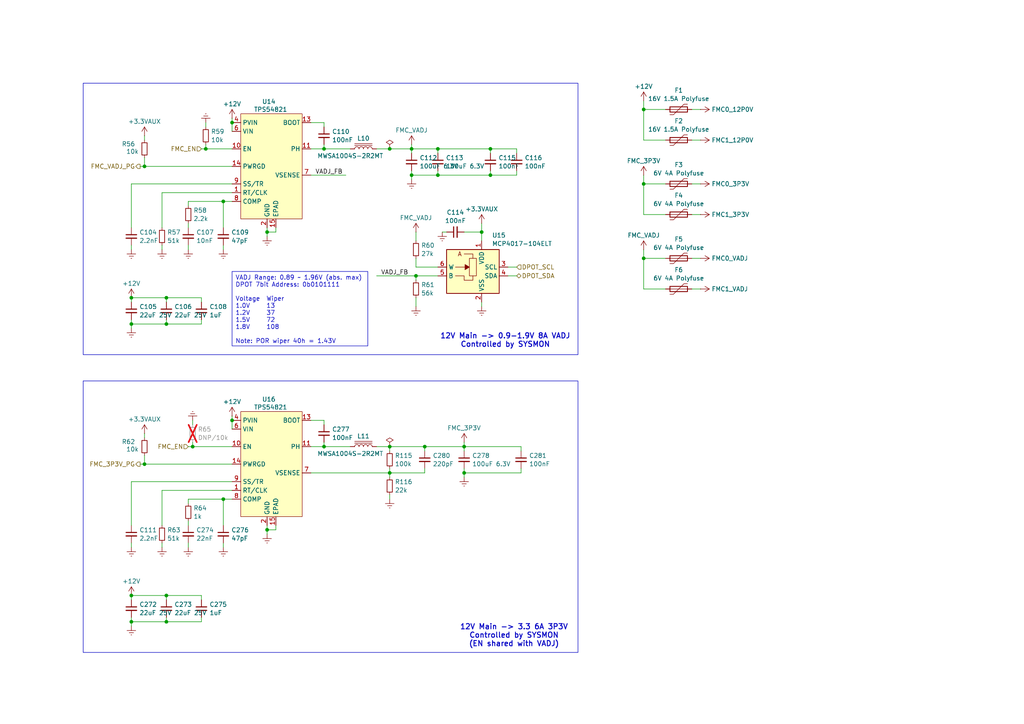
<source format=kicad_sch>
(kicad_sch (version 20231120) (generator "eeschema") (generator_version "8.0")
  (paper "A4")
  (title_block (title "Power FMC"))
  (lib_symbols
    (symbol "CHIPSAlliance_Power:Earth" (power) (pin_names (offset 0))
      (symbol "Earth_0_1"
        (polyline (pts (xy -0.635 -1.905) (xy 0.635 -1.905)))
        (polyline (pts (xy -0.127 -2.54) (xy 0.127 -2.54)))
        (polyline (pts (xy 0 -1.27) (xy 0 0)))
        (polyline (pts (xy 1.27 -1.27) (xy -1.27 -1.27)))
      )
      (symbol "Earth_1_1"
        (pin power_in line (at 0 0 270) (length 0) hide (name "Earth") (number "1"))
      )
    )
    (symbol "CHIPSAlliance_Power:PWR_FLAG" (power) (pin_numbers hide) (pin_names (offset 0) hide)
      (property "Value" "PWR_FLAG" (at 0 3.81 0))
      (symbol "PWR_FLAG_0_0"
        (pin power_out line (at 0 0 90) (length 0) (name "pwr") (number "1"))
      )
      (symbol "PWR_FLAG_0_1"
        (polyline (pts (xy 0 0) (xy 0 1.27) (xy -1.016 1.905) (xy 0 2.54) (xy 1.016 1.905) (xy 0 1.27)))
      )
    )
    (symbol "CHIPSAlliance_Regulator_Switching:TPS54821"
      (property "Reference" "U" (at -5.08 16.51 0))
      (property "Value" "TPS54821" (at 5.715 16.51 0))
      (symbol "TPS54821_0_0"
        (pin passive line (at -10.16 -7.62 0) (length 2.54) (name "RT/CLK") (number "1"))
        (pin input line (at -10.16 5.08 0) (length 2.54) (name "EN") (number "10"))
        (pin power_out line (at 12.7 5.08 180) (length 2.54) (name "PH") (number "11"))
        (pin passive line (at 12.7 12.7 180) (length 2.54) (name "BOOT") (number "13"))
        (pin open_collector line (at -10.16 0 0) (length 2.54) (name "PWRGD") (number "14"))
        (pin power_in line (at 2.54 -17.78 90) (length 2.54) (name "EPAD") (number "15"))
        (pin power_in line (at 0 -17.78 90) (length 2.54) (name "GND") (number "2"))
        (pin power_in line (at -10.16 12.7 0) (length 2.54) (name "PVIN") (number "4"))
        (pin power_in line (at -10.16 10.16 0) (length 2.54) (name "VIN") (number "6"))
        (pin input line (at 12.7 -2.54 180) (length 2.54) (name "VSENSE") (number "7"))
        (pin passive line (at -10.16 -10.16 0) (length 2.54) (name "COMP") (number "8"))
        (pin passive line (at -10.16 -5.08 0) (length 2.54) (name "SS/TR") (number "9"))
      )
      (symbol "TPS54821_1_0"
        (pin passive line (at 12.7 5.08 180) (length 2.54) hide (name "PH") (number "12"))
        (pin passive line (at 0 -17.78 90) (length 2.54) hide (name "GND") (number "3"))
        (pin passive line (at -10.16 12.7 0) (length 2.54) hide (name "PVIN") (number "5"))
      )
      (symbol "TPS54821_1_1"
        (rectangle (start -7.62 15.24) (end 10.16 -15.24) (fill (type background)))
      )
    )
    (symbol "Device:C_Small" (pin_numbers hide) (pin_names (offset 0.254) hide)
      (property "Reference" "C" (at 0.254 1.778 0))
      (property "Value" "C_Small" (at 0.254 -2.032 0))
      (symbol "C_Small_0_1"
        (polyline (pts (xy -1.524 -0.508) (xy 1.524 -0.508)) (stroke (width 0.3302)))
        (polyline (pts (xy -1.524 0.508) (xy 1.524 0.508)) (stroke (width 0.3048)))
      )
      (symbol "C_Small_1_1"
        (pin passive line (at 0 2.54 270) (length 2.032) (name "~") (number "1"))
        (pin passive line (at 0 -2.54 90) (length 2.032) (name "~") (number "2"))
      )
    )
    (symbol "Device:L_Iron" (pin_numbers hide) (pin_names (offset 1.016) hide)
      (property "Reference" "L" (at -1.27 0 90))
      (property "Value" "L_Iron" (at 2.794 0 90))
      (symbol "L_Iron_0_1"
        (arc (start 0 -2.54) (mid 0.6323 -1.905) (end 0 -1.27))
        (arc (start 0 -1.27) (mid 0.6323 -0.635) (end 0 0))
        (polyline (pts (xy 1.016 2.54) (xy 1.016 -2.54)))
        (polyline (pts (xy 1.524 -2.54) (xy 1.524 2.54)))
        (arc (start 0 0) (mid 0.6323 0.635) (end 0 1.27))
        (arc (start 0 1.27) (mid 0.6323 1.905) (end 0 2.54))
      )
      (symbol "L_Iron_1_1"
        (pin passive line (at 0 3.81 270) (length 1.27) (name "1") (number "1"))
        (pin passive line (at 0 -3.81 90) (length 1.27) (name "2") (number "2"))
      )
    )
    (symbol "Device:Polyfuse" (pin_numbers hide) (pin_names (offset 0))
      (property "Reference" "F" (at -2.54 0 90))
      (property "Value" "Polyfuse" (at 2.54 0 90))
      (symbol "Polyfuse_0_1"
        (rectangle (start -0.762 2.54) (end 0.762 -2.54) (stroke (width 0.254)))
        (polyline (pts (xy 0 2.54) (xy 0 -2.54)))
        (polyline (pts (xy -1.524 2.54) (xy -1.524 1.524) (xy 1.524 -1.524) (xy 1.524 -2.54)))
      )
      (symbol "Polyfuse_1_1"
        (pin passive line (at 0 3.81 270) (length 1.27) (name "~") (number "1"))
        (pin passive line (at 0 -3.81 90) (length 1.27) (name "~") (number "2"))
      )
    )
    (symbol "Device:R_Small" (pin_numbers hide) (pin_names (offset 0.254) hide)
      (property "Reference" "R" (at 0.762 0.508 0))
      (property "Value" "R_Small" (at 0.762 -1.016 0))
      (symbol "R_Small_0_1"
        (rectangle (start -0.762 1.778) (end 0.762 -1.778) (stroke (width 0.2032)))
      )
      (symbol "R_Small_1_1"
        (pin passive line (at 0 2.54 270) (length 0.762) (name "~") (number "1"))
        (pin passive line (at 0 -2.54 90) (length 0.762) (name "~") (number "2"))
      )
    )
    (symbol "Potentiometer_Digital:MCP4017-xxxxLT"
      (property "Reference" "U" (at -7.62 8.89 0))
      (property "Value" "MCP4017-xxxxLT" (at 1.27 8.89 0))
      (symbol "MCP4017-xxxxLT_0_0"
        (polyline (pts (xy 0 5.08) (xy 0 6.35) (xy 2.54 6.35)))
        (polyline (pts (xy 5.08 0) (xy 2.54 0) (xy 2.54 -1.27) (xy 0 -1.27) (xy 0 0)))
        (text "A" (at 3.81 6.35 0) (effects (font (size 1.27 1.27))))
      )
      (symbol "MCP4017-xxxxLT_1_1"
        (rectangle (start -7.62 7.62) (end 7.62 -5.08) (stroke (width 0.254)) (fill (type background)))
        (polyline (pts (xy 5.08 2.54) (xy 2.286 2.54)))
        (polyline (pts (xy 2.286 1.778) (xy 2.286 3.302) (xy 1.016 2.54) (xy 2.286 1.778)) (fill (type outline)))
        (rectangle (start 1.016 0) (end -1.016 5.08))
        (pin power_in line (at -2.54 10.16 270) (length 2.54) (name "VDD") (number "1"))
        (pin power_in line (at -2.54 -7.62 90) (length 2.54) (name "VSS") (number "2"))
        (pin input line (at -10.16 2.54 0) (length 2.54) (name "SCL") (number "3"))
        (pin bidirectional line (at -10.16 0 0) (length 2.54) (name "SDA") (number "4"))
        (pin passive line (at 10.16 0 180) (length 2.54) (name "B") (number "5"))
        (pin passive line (at 10.16 2.54 180) (length 2.54) (name "W") (number "6"))
      )
    )
    (symbol "power:+12V" (power) (pin_numbers hide) (pin_names (offset 0) hide)
      (property "Value" "+12V" (at 0 3.556 0))
      (symbol "+12V_0_1"
        (polyline (pts (xy -0.762 1.27) (xy 0 2.54)))
        (polyline (pts (xy 0 0) (xy 0 2.54)))
        (polyline (pts (xy 0 2.54) (xy 0.762 1.27)))
      )
      (symbol "+12V_1_1"
        (pin power_in line (at 0 0 90) (length 0) (name "~") (number "1"))
      )
    )
  )
  (junction (at 113.03 43.18))
  (junction (at 119.38 50.8))
  (junction (at 120.65 80.01))
  (junction (at 77.47 153.67))
  (junction (at 113.03 129.54))
  (junction (at 38.1 172.72))
  (junction (at 48.26 172.72))
  (junction (at 38.1 86.36))
  (junction (at 48.26 93.98))
  (junction (at 186.69 53.34))
  (junction (at 119.38 43.18))
  (junction (at 93.98 129.54))
  (junction (at 67.31 121.92))
  (junction (at 38.1 93.98))
  (junction (at 77.47 67.31))
  (junction (at 134.62 137.16))
  (junction (at 127 50.8))
  (junction (at 67.31 35.56))
  (junction (at 134.62 129.54))
  (junction (at 139.7 67.31))
  (junction (at 55.88 129.54))
  (junction (at 38.1 180.34))
  (junction (at 123.19 129.54))
  (junction (at 142.24 50.8))
  (junction (at 113.03 137.16))
  (junction (at 48.26 86.36))
  (junction (at 186.69 31.75))
  (junction (at 59.69 43.18))
  (junction (at 41.91 134.62))
  (junction (at 127 43.18))
  (junction (at 64.77 58.42))
  (junction (at 186.69 74.93))
  (junction (at 64.77 144.78))
  (junction (at 41.91 48.26))
  (junction (at 93.98 43.18))
  (junction (at 48.26 180.34))
  (junction (at 142.24 43.18))
  (wire (pts (xy 77.47 152.4) (xy 77.47 153.67)))
  (wire (pts (xy 54.61 151.13) (xy 54.61 152.4)))
  (wire (pts (xy 200.66 31.75) (xy 203.2 31.75)))
  (wire (pts (xy 54.61 157.48) (xy 54.61 158.75)))
  (wire (pts (xy 48.26 180.34) (xy 38.1 180.34)))
  (wire (pts (xy 48.26 86.36) (xy 38.1 86.36)))
  (wire (pts (xy 38.1 53.34) (xy 67.31 53.34)))
  (wire (pts (xy 139.7 87.63) (xy 139.7 88.9)))
  (wire (pts (xy 67.31 120.65) (xy 67.31 121.92)))
  (wire (pts (xy 58.42 92.71) (xy 58.42 93.98)))
  (wire (pts (xy 186.69 74.93) (xy 186.69 72.39)))
  (wire (pts (xy 134.62 135.89) (xy 134.62 137.16)))
  (wire (pts (xy 55.88 129.54) (xy 55.88 128.27)))
  (wire (pts (xy 134.62 129.54) (xy 151.13 129.54)))
  (wire (pts (xy 186.69 29.21) (xy 186.69 31.75)))
  (wire (pts (xy 120.65 80.01) (xy 127 80.01)))
  (wire (pts (xy 64.77 66.04) (xy 64.77 58.42)))
  (wire (pts (xy 38.1 139.7) (xy 67.31 139.7)))
  (wire (pts (xy 41.91 48.26) (xy 67.31 48.26)))
  (wire (pts (xy 38.1 93.98) (xy 38.1 95.25)))
  (wire (pts (xy 80.01 153.67) (xy 77.47 153.67)))
  (wire (pts (xy 55.88 121.92) (xy 55.88 123.19)))
  (wire (pts (xy 134.62 137.16) (xy 151.13 137.16)))
  (wire (pts (xy 67.31 34.29) (xy 67.31 35.56)))
  (wire (pts (xy 58.42 87.63) (xy 58.42 86.36)))
  (wire (pts (xy 48.26 179.07) (xy 48.26 180.34)))
  (wire (pts (xy 54.61 64.77) (xy 54.61 66.04)))
  (wire (pts (xy 54.61 58.42) (xy 64.77 58.42)))
  (wire (pts (xy 48.26 172.72) (xy 48.26 173.99)))
  (wire (pts (xy 119.38 41.91) (xy 119.38 43.18)))
  (wire (pts (xy 64.77 157.48) (xy 64.77 158.75)))
  (wire (pts (xy 38.1 152.4) (xy 38.1 139.7)))
  (wire (pts (xy 38.1 179.07) (xy 38.1 180.34)))
  (wire (pts (xy 46.99 142.24) (xy 46.99 152.4)))
  (wire (pts (xy 58.42 173.99) (xy 58.42 172.72)))
  (wire (pts (xy 64.77 71.12) (xy 64.77 72.39)))
  (wire (pts (xy 59.69 43.18) (xy 59.69 41.91)))
  (wire (pts (xy 58.42 43.18) (xy 59.69 43.18)))
  (wire (pts (xy 55.88 129.54) (xy 67.31 129.54)))
  (wire (pts (xy 40.64 48.26) (xy 41.91 48.26)))
  (wire (pts (xy 186.69 53.34) (xy 186.69 50.8)))
  (wire (pts (xy 38.1 180.34) (xy 38.1 181.61)))
  (wire (pts (xy 147.32 77.47) (xy 149.86 77.47)))
  (wire (pts (xy 90.17 121.92) (xy 93.98 121.92)))
  (wire (pts (xy 90.17 50.8) (xy 100.33 50.8)))
  (wire (pts (xy 134.62 137.16) (xy 134.62 138.43)))
  (wire (pts (xy 119.38 49.53) (xy 119.38 50.8)))
  (wire (pts (xy 127 49.53) (xy 127 50.8)))
  (wire (pts (xy 90.17 137.16) (xy 113.03 137.16)))
  (wire (pts (xy 48.26 93.98) (xy 38.1 93.98)))
  (wire (pts (xy 109.22 43.18) (xy 113.03 43.18)))
  (wire (pts (xy 48.26 172.72) (xy 38.1 172.72)))
  (wire (pts (xy 41.91 39.37) (xy 41.91 40.64)))
  (wire (pts (xy 38.1 87.63) (xy 38.1 86.36)))
  (wire (pts (xy 139.7 69.85) (xy 139.7 67.31)))
  (wire (pts (xy 200.66 74.93) (xy 203.2 74.93)))
  (wire (pts (xy 54.61 59.69) (xy 54.61 58.42)))
  (wire (pts (xy 193.04 83.82) (xy 186.69 83.82)))
  (wire (pts (xy 64.77 58.42) (xy 67.31 58.42)))
  (wire (pts (xy 149.86 44.45) (xy 149.86 43.18)))
  (wire (pts (xy 38.1 72.39) (xy 38.1 71.12)))
  (wire (pts (xy 46.99 142.24) (xy 67.31 142.24)))
  (wire (pts (xy 67.31 124.46) (xy 67.31 121.92)))
  (wire (pts (xy 58.42 93.98) (xy 48.26 93.98)))
  (wire (pts (xy 186.69 40.64) (xy 193.04 40.64)))
  (wire (pts (xy 77.47 66.04) (xy 77.47 67.31)))
  (wire (pts (xy 151.13 135.89) (xy 151.13 137.16)))
  (wire (pts (xy 93.98 121.92) (xy 93.98 123.19)))
  (wire (pts (xy 113.03 143.51) (xy 113.03 144.78)))
  (wire (pts (xy 127 77.47) (xy 120.65 77.47)))
  (wire (pts (xy 119.38 50.8) (xy 119.38 52.07)))
  (wire (pts (xy 41.91 132.08) (xy 41.91 134.62)))
  (wire (pts (xy 127 43.18) (xy 142.24 43.18)))
  (wire (pts (xy 120.65 77.47) (xy 120.65 74.93)))
  (wire (pts (xy 54.61 71.12) (xy 54.61 72.39)))
  (wire (pts (xy 93.98 35.56) (xy 93.98 36.83)))
  (wire (pts (xy 109.22 129.54) (xy 113.03 129.54)))
  (wire (pts (xy 41.91 125.73) (xy 41.91 127)))
  (wire (pts (xy 119.38 44.45) (xy 119.38 43.18)))
  (wire (pts (xy 113.03 129.54) (xy 123.19 129.54)))
  (wire (pts (xy 142.24 49.53) (xy 142.24 50.8)))
  (wire (pts (xy 59.69 35.56) (xy 59.69 36.83)))
  (wire (pts (xy 120.65 81.28) (xy 120.65 80.01)))
  (wire (pts (xy 80.01 152.4) (xy 80.01 153.67)))
  (wire (pts (xy 58.42 179.07) (xy 58.42 180.34)))
  (wire (pts (xy 58.42 172.72) (xy 48.26 172.72)))
  (wire (pts (xy 113.03 129.54) (xy 113.03 130.81)))
  (wire (pts (xy 186.69 40.64) (xy 186.69 31.75)))
  (wire (pts (xy 120.65 67.31) (xy 120.65 69.85)))
  (wire (pts (xy 151.13 130.81) (xy 151.13 129.54)))
  (wire (pts (xy 127 44.45) (xy 127 43.18)))
  (wire (pts (xy 90.17 35.56) (xy 93.98 35.56)))
  (wire (pts (xy 59.69 43.18) (xy 67.31 43.18)))
  (wire (pts (xy 186.69 31.75) (xy 193.04 31.75)))
  (wire (pts (xy 127 43.18) (xy 119.38 43.18)))
  (wire (pts (xy 149.86 50.8) (xy 142.24 50.8)))
  (wire (pts (xy 123.19 129.54) (xy 123.19 130.81)))
  (wire (pts (xy 149.86 43.18) (xy 142.24 43.18)))
  (wire (pts (xy 54.61 146.05) (xy 54.61 144.78)))
  (wire (pts (xy 93.98 41.91) (xy 93.98 43.18)))
  (wire (pts (xy 48.26 86.36) (xy 48.26 87.63)))
  (wire (pts (xy 200.66 62.23) (xy 203.2 62.23)))
  (wire (pts (xy 93.98 128.27) (xy 93.98 129.54)))
  (wire (pts (xy 134.62 128.27) (xy 134.62 129.54)))
  (wire (pts (xy 90.17 129.54) (xy 93.98 129.54)))
  (wire (pts (xy 113.03 43.18) (xy 119.38 43.18)))
  (wire (pts (xy 123.19 135.89) (xy 123.19 137.16)))
  (wire (pts (xy 58.42 180.34) (xy 48.26 180.34)))
  (wire (pts (xy 109.22 80.01) (xy 120.65 80.01)))
  (wire (pts (xy 54.61 129.54) (xy 55.88 129.54)))
  (wire (pts (xy 123.19 137.16) (xy 113.03 137.16)))
  (wire (pts (xy 139.7 64.77) (xy 139.7 67.31)))
  (wire (pts (xy 193.04 74.93) (xy 186.69 74.93)))
  (wire (pts (xy 58.42 86.36) (xy 48.26 86.36)))
  (wire (pts (xy 193.04 62.23) (xy 186.69 62.23)))
  (wire (pts (xy 67.31 38.1) (xy 67.31 35.56)))
  (wire (pts (xy 41.91 134.62) (xy 67.31 134.62)))
  (wire (pts (xy 147.32 80.01) (xy 149.86 80.01)))
  (wire (pts (xy 80.01 66.04) (xy 80.01 67.31)))
  (wire (pts (xy 200.66 53.34) (xy 203.2 53.34)))
  (wire (pts (xy 113.03 137.16) (xy 113.03 135.89)))
  (wire (pts (xy 54.61 144.78) (xy 64.77 144.78)))
  (wire (pts (xy 46.99 55.88) (xy 67.31 55.88)))
  (wire (pts (xy 40.64 134.62) (xy 41.91 134.62)))
  (wire (pts (xy 48.26 92.71) (xy 48.26 93.98)))
  (wire (pts (xy 80.01 67.31) (xy 77.47 67.31)))
  (wire (pts (xy 46.99 158.75) (xy 46.99 157.48)))
  (wire (pts (xy 38.1 158.75) (xy 38.1 157.48)))
  (wire (pts (xy 64.77 144.78) (xy 67.31 144.78)))
  (wire (pts (xy 139.7 67.31) (xy 134.62 67.31)))
  (wire (pts (xy 200.66 83.82) (xy 203.2 83.82)))
  (wire (pts (xy 38.1 66.04) (xy 38.1 53.34)))
  (wire (pts (xy 134.62 130.81) (xy 134.62 129.54)))
  (wire (pts (xy 64.77 152.4) (xy 64.77 144.78)))
  (wire (pts (xy 46.99 55.88) (xy 46.99 66.04)))
  (wire (pts (xy 90.17 43.18) (xy 93.98 43.18)))
  (wire (pts (xy 142.24 44.45) (xy 142.24 43.18)))
  (wire (pts (xy 93.98 43.18) (xy 101.6 43.18)))
  (wire (pts (xy 200.66 40.64) (xy 203.2 40.64)))
  (wire (pts (xy 128.27 67.31) (xy 129.54 67.31)))
  (wire (pts (xy 149.86 49.53) (xy 149.86 50.8)))
  (wire (pts (xy 77.47 153.67) (xy 77.47 154.94)))
  (wire (pts (xy 41.91 45.72) (xy 41.91 48.26)))
  (wire (pts (xy 127 50.8) (xy 142.24 50.8)))
  (wire (pts (xy 123.19 129.54) (xy 134.62 129.54)))
  (wire (pts (xy 113.03 137.16) (xy 113.03 138.43)))
  (wire (pts (xy 186.69 83.82) (xy 186.69 74.93)))
  (wire (pts (xy 120.65 86.36) (xy 120.65 88.9)))
  (wire (pts (xy 38.1 92.71) (xy 38.1 93.98)))
  (wire (pts (xy 46.99 72.39) (xy 46.99 71.12)))
  (wire (pts (xy 38.1 173.99) (xy 38.1 172.72)))
  (wire (pts (xy 186.69 62.23) (xy 186.69 53.34)))
  (wire (pts (xy 77.47 67.31) (xy 77.47 68.58)))
  (wire (pts (xy 127 50.8) (xy 119.38 50.8)))
  (wire (pts (xy 193.04 53.34) (xy 186.69 53.34)))
  (wire (pts (xy 93.98 129.54) (xy 101.6 129.54)))
  (rectangle (start 24.13 110.49) (end 167.64 189.23))
  (rectangle (start 24.13 24.13) (end 167.64 102.87))
  (text_box "VADJ Range: 0.89 ~ 1.96V (abs. max)\nDPOT 7bit Address: 0b0101111\n\nVoltage  Wiper\n1.0V     13\n1.2V     37\n1.5V     72\n1.8V     108\n\nNote: POR wiper 40h = 1.43V" (at 67.31 78.74 0) (size 39.37 21.59) (effects (font (size 1.27 1.27)) (justify left top)))
  (text "12V Main -> 0.9-1.9V 8A VADJ\nControlled by SYSMON" (at 146.558 98.806 0) (effects (font (size 1.524 1.524) (thickness 0.254) (bold yes))))
  (text "12V Main -> 3.3 6A 3P3V\nControlled by SYSMON\n(EN shared with VADJ)" (at 149.098 184.404 0) (effects (font (size 1.524 1.524) (thickness 0.254) (bold yes))))
  (label "VADJ_FB" (at 110.49 80.01 0))
  (label "VADJ_FB" (at 91.44 50.8 0))
  (hierarchical_label "FMC_EN" (shape input) (at 54.61 129.54 180))
  (hierarchical_label "DPOT_SCL" (shape input) (at 149.86 77.47 0))
  (hierarchical_label "DPOT_SDA" (shape bidirectional) (at 149.86 80.01 0))
  (hierarchical_label "FMC_3P3V_PG" (shape output) (at 40.64 134.62 180))
  (hierarchical_label "FMC_VADJ_PG" (shape output) (at 40.64 48.26 180))
  (hierarchical_label "FMC_EN" (shape input) (at 58.42 43.18 180))
  (symbol (lib_id "CHIPSAlliance_Power:Earth") (at 139.7 88.9 0) (unit 1)
    (property "Reference" "#PWR0656" (effects (hide yes)))
    (property "Value" "Earth" (effects (hide yes)))
    (property "Description" "Power symbol creates a global label with name \"Earth\"" (effects (hide yes)))
  )
  (symbol (lib_id "Device:R_Small") (at 46.99 68.58 180) (unit 1)
    (property "Reference" "R57" (at 48.4886 67.3678 0) (effects (justify right)))
    (property "Value" "51k" (at 48.4886 69.7921 0) (effects (justify right)))
    (property "Footprint" "Resistor_SMD:R_0402_1005Metric" (effects (hide yes)))
    (property "Description" "Resistor, small symbol" (effects (hide yes)))
  )
  (symbol (lib_id "Device:C_Small") (at 58.42 90.17 0) (unit 1)
    (property "Reference" "C108" (at 60.7441 88.9641 0) (effects (justify left)))
    (property "Value" "1uF" (at 60.7441 91.3884 0) (effects (justify left)))
    (property "Footprint" "Capacitor_SMD:C_0402_1005Metric" (effects (hide yes)))
    (property "Description" "Unpolarized capacitor, small symbol" (effects (hide yes)))
  )
  (symbol (lib_id "Device:R_Small") (at 46.99 154.94 180) (unit 1)
    (property "Reference" "R63" (at 48.4886 153.7278 0) (effects (justify right)))
    (property "Value" "51k" (at 48.4886 156.1521 0) (effects (justify right)))
    (property "Footprint" "Resistor_SMD:R_0402_1005Metric" (effects (hide yes)))
    (property "Description" "Resistor, small symbol" (effects (hide yes)))
  )
  (symbol (lib_id "Device:Polyfuse") (at 196.85 74.93 90) (unit 1)
    (property "Reference" "F5" (at 196.85 69.3885 90))
    (property "Value" "6V 4A Polyfuse" (at 196.85 71.8128 90))
    (property "Footprint" "Resistor_SMD:R_1206_3216Metric" (effects (hide yes)))
    (property "Description" "Resettable fuse, polymeric positive temperature coefficient" (effects (hide yes)))
    (property "LCSC Part" "C2760306" (effects (hide yes)))
  )
  (symbol (lib_id "Device:C_Small") (at 48.26 176.53 0) (unit 1)
    (property "Reference" "C273" (at 50.5841 175.3241 0) (effects (justify left)))
    (property "Value" "22uF 25V" (at 50.5841 177.7484 0) (effects (justify left)))
    (property "Footprint" "Capacitor_SMD:C_1206_3216Metric" (effects (hide yes)))
    (property "Description" "Unpolarized capacitor, small symbol" (effects (hide yes)))
  )
  (symbol (lib_id "power:+12V") (at 134.62 128.27 0) (unit 1)
    (property "Reference" "#PWR0152" (effects (hide yes)))
    (property "Value" "FMC_3P3V" (at 134.62 124.1369 0))
    (property "Description" "Power symbol creates a global label with name \"FMC_VADJ\"" (effects (hide yes)))
  )
  (symbol (lib_id "power:+12V") (at 203.2 62.23 270) (unit 1)
    (property "Reference" "#PWR0157" (effects (hide yes)))
    (property "Value" "FMC1_3P3V" (at 206.375 62.23 90) (effects (justify left)))
    (property "Description" "Power symbol creates a global label with name \"+12V\"" (effects (hide yes)))
  )
  (symbol (lib_id "CHIPSAlliance_Power:Earth") (at 54.61 72.39 0) (unit 1)
    (property "Reference" "#PWR0645" (effects (hide yes)))
    (property "Value" "Earth" (effects (hide yes)))
    (property "Description" "Power symbol creates a global label with name \"Earth\"" (effects (hide yes)))
  )
  (symbol (lib_id "power:+12V") (at 139.7 64.77 0) (unit 1)
    (property "Reference" "#PWR0166" (effects (hide yes)))
    (property "Value" "+3.3VAUX" (at 139.7 60.6369 0))
    (property "Description" "Power symbol creates a global label with name \"+3.3VAUX\"" (effects (hide yes)))
  )
  (symbol (lib_id "CHIPSAlliance_Power:Earth") (at 46.99 72.39 0) (unit 1)
    (property "Reference" "#PWR0644" (effects (hide yes)))
    (property "Value" "Earth" (effects (hide yes)))
    (property "Description" "Power symbol creates a global label with name \"Earth\"" (effects (hide yes)))
  )
  (symbol (lib_id "Device:R_Small") (at 55.88 125.73 180) (unit 1) (dnp yes)
    (property "Reference" "R65" (at 57.3786 124.5178 0) (effects (justify right)))
    (property "Value" "DNP/10k" (at 57.3786 126.9421 0) (effects (justify right)))
    (property "Footprint" "Resistor_SMD:R_0402_1005Metric" (effects (hide yes)))
    (property "Description" "Resistor, small symbol" (effects (hide yes)))
  )
  (symbol (lib_id "CHIPSAlliance_Power:Earth") (at 54.61 158.75 0) (unit 1)
    (property "Reference" "#PWR0147" (effects (hide yes)))
    (property "Value" "Earth" (effects (hide yes)))
    (property "Description" "Power symbol creates a global label with name \"Earth\"" (effects (hide yes)))
  )
  (symbol (lib_id "CHIPSAlliance_Power:Earth") (at 128.27 67.31 0) (unit 1)
    (property "Reference" "#PWR0653" (effects (hide yes)))
    (property "Value" "Earth" (effects (hide yes)))
    (property "Description" "Power symbol creates a global label with name \"Earth\"" (effects (hide yes)))
  )
  (symbol (lib_id "Device:C_Small") (at 64.77 154.94 0) (unit 1)
    (property "Reference" "C276" (at 67.0941 153.7341 0) (effects (justify left)))
    (property "Value" "47pF" (at 67.0941 156.1584 0) (effects (justify left)))
    (property "Footprint" "Capacitor_SMD:C_0402_1005Metric" (effects (hide yes)))
    (property "Description" "Unpolarized capacitor, small symbol" (effects (hide yes)))
  )
  (symbol (lib_id "CHIPSAlliance_Regulator_Switching:TPS54821") (at 77.47 48.26 0) (unit 1)
    (property "Reference" "U14" (at 77.978 29.464 0))
    (property "Value" "TPS54821" (at 78.486 31.75 0))
    (property "Footprint" "CHIPSAlliance_Package_DFN_QFN:Texas_VQFN-RHL-14" (effects (hide yes)))
    (property "Datasheet" "https://www.ti.com/lit/ds/symlink/tps54821.pdf" (effects (hide yes)))
    (property "Description" "4.5-V to 17-V, 8-A synchronous buck converter with hiccup current limit" (effects (hide yes)))
    (property "LCSC Part" "C57461" (effects (hide yes)))
  )
  (symbol (lib_id "Device:Polyfuse") (at 196.85 53.34 90) (unit 1)
    (property "Reference" "F3" (at 196.85 47.7985 90))
    (property "Value" "6V 4A Polyfuse" (at 196.85 50.2228 90))
    (property "Footprint" "Resistor_SMD:R_1206_3216Metric" (effects (hide yes)))
    (property "Description" "Resettable fuse, polymeric positive temperature coefficient" (effects (hide yes)))
    (property "LCSC Part" "C2760306" (effects (hide yes)))
  )
  (symbol (lib_id "Device:L_Iron") (at 105.41 129.54 90) (unit 1)
    (property "Reference" "L11" (at 105.41 126.492 90))
    (property "Value" "MWSA1004S-2R2MT" (at 101.6 131.572 90))
    (property "Footprint" "Inductor_SMD:L_Sunlord_MWSA1004S" (effects (hide yes)))
    (property "Datasheet" "https://atta.szlcsc.com/upload/public/pdf/source/20231024/D9DB0CBBB5804BFBC9233D4A02F4216A.pdf" (effects (hide yes)))
    (property "Description" "Inductor with iron core" (effects (hide yes)))
    (property "LCSC Part" "C408482" (effects (hide yes)))
  )
  (symbol (lib_id "Device:Polyfuse") (at 196.85 62.23 90) (unit 1)
    (property "Reference" "F4" (at 196.85 56.6885 90))
    (property "Value" "6V 4A Polyfuse" (at 196.85 59.1128 90))
    (property "Footprint" "Resistor_SMD:R_1206_3216Metric" (effects (hide yes)))
    (property "Description" "Resettable fuse, polymeric positive temperature coefficient" (effects (hide yes)))
    (property "LCSC Part" "C2760306" (effects (hide yes)))
  )
  (symbol (lib_id "Device:C_Small") (at 134.62 133.35 0) (unit 1)
    (property "Reference" "C278" (at 136.9441 132.1441 0) (effects (justify left)))
    (property "Value" "100uF 6.3V" (at 136.9441 134.5684 0) (effects (justify left)))
    (property "Footprint" "Capacitor_SMD:C_1206_3216Metric" (effects (hide yes)))
    (property "Description" "Unpolarized capacitor, small symbol" (effects (hide yes)))
  )
  (symbol (lib_id "Device:C_Small") (at 48.26 90.17 0) (unit 1)
    (property "Reference" "C106" (at 50.5841 88.9641 0) (effects (justify left)))
    (property "Value" "22uF 25V" (at 50.5841 91.3884 0) (effects (justify left)))
    (property "Footprint" "Capacitor_SMD:C_1206_3216Metric" (effects (hide yes)))
    (property "Description" "Unpolarized capacitor, small symbol" (effects (hide yes)))
  )
  (symbol (lib_id "Device:C_Small") (at 38.1 176.53 0) (unit 1)
    (property "Reference" "C272" (at 40.4241 175.3241 0) (effects (justify left)))
    (property "Value" "22uF 25V" (at 40.4241 177.7484 0) (effects (justify left)))
    (property "Footprint" "Capacitor_SMD:C_1206_3216Metric" (effects (hide yes)))
    (property "Description" "Unpolarized capacitor, small symbol" (effects (hide yes)))
  )
  (symbol (lib_id "CHIPSAlliance_Power:Earth") (at 64.77 72.39 0) (unit 1)
    (property "Reference" "#PWR0647" (effects (hide yes)))
    (property "Value" "Earth" (effects (hide yes)))
    (property "Description" "Power symbol creates a global label with name \"Earth\"" (effects (hide yes)))
  )
  (symbol (lib_id "Device:R_Small") (at 120.65 72.39 180) (unit 1)
    (property "Reference" "R60" (at 122.1486 71.1778 0) (effects (justify right)))
    (property "Value" "27k" (at 122.1486 73.6021 0) (effects (justify right)))
    (property "Footprint" "Resistor_SMD:R_0402_1005Metric" (effects (hide yes)))
    (property "Description" "Resistor, small symbol" (effects (hide yes)))
  )
  (symbol (lib_id "power:+12V") (at 38.1 172.72 0) (unit 1)
    (property "Reference" "#PWR0143" (effects (hide yes)))
    (property "Value" "+12V" (at 38.1 168.5869 0))
    (property "Description" "Power symbol creates a global label with name \"+12V\"" (effects (hide yes)))
  )
  (symbol (lib_id "Device:Polyfuse") (at 196.85 83.82 90) (unit 1)
    (property "Reference" "F6" (at 196.85 78.2785 90))
    (property "Value" "6V 4A Polyfuse" (at 196.85 80.7028 90))
    (property "Footprint" "Resistor_SMD:R_1206_3216Metric" (effects (hide yes)))
    (property "Description" "Resettable fuse, polymeric positive temperature coefficient" (effects (hide yes)))
    (property "LCSC Part" "C2760306" (effects (hide yes)))
  )
  (symbol (lib_id "power:+12V") (at 203.2 74.93 270) (unit 1)
    (property "Reference" "#PWR0159" (effects (hide yes)))
    (property "Value" "FMC0_VADJ" (at 206.375 74.93 90) (effects (justify left)))
    (property "Description" "Power symbol creates a global label with name \"+12V\"" (effects (hide yes)))
  )
  (symbol (lib_id "Device:R_Small") (at 54.61 148.59 180) (unit 1)
    (property "Reference" "R64" (at 56.1086 147.3778 0) (effects (justify right)))
    (property "Value" "1k" (at 56.1086 149.8021 0) (effects (justify right)))
    (property "Footprint" "Resistor_SMD:R_0402_1005Metric" (effects (hide yes)))
    (property "Description" "Resistor, small symbol" (effects (hide yes)))
  )
  (symbol (lib_id "Device:C_Small") (at 54.61 154.94 0) (unit 1)
    (property "Reference" "C274" (at 56.9341 153.7341 0) (effects (justify left)))
    (property "Value" "22nF" (at 56.9341 156.1584 0) (effects (justify left)))
    (property "Footprint" "Capacitor_SMD:C_0402_1005Metric" (effects (hide yes)))
    (property "Description" "Unpolarized capacitor, small symbol" (effects (hide yes)))
  )
  (symbol (lib_id "power:+12V") (at 38.1 86.36 0) (unit 1)
    (property "Reference" "#PWR0651" (effects (hide yes)))
    (property "Value" "+12V" (at 38.1 82.2269 0))
    (property "Description" "Power symbol creates a global label with name \"+12V\"" (effects (hide yes)))
  )
  (symbol (lib_id "CHIPSAlliance_Power:Earth") (at 113.03 144.78 0) (unit 1)
    (property "Reference" "#PWR0154" (effects (hide yes)))
    (property "Value" "Earth" (effects (hide yes)))
    (property "Description" "Power symbol creates a global label with name \"Earth\"" (effects (hide yes)))
  )
  (symbol (lib_id "Device:R_Small") (at 113.03 133.35 180) (unit 1)
    (property "Reference" "R115" (at 114.5286 132.1378 0) (effects (justify right)))
    (property "Value" "100k" (at 114.5286 134.5621 0) (effects (justify right)))
    (property "Footprint" "Resistor_SMD:R_0402_1005Metric" (effects (hide yes)))
    (property "Description" "Resistor, small symbol" (effects (hide yes)))
  )
  (symbol (lib_id "CHIPSAlliance_Power:Earth") (at 64.77 158.75 0) (unit 1)
    (property "Reference" "#PWR0149" (effects (hide yes)))
    (property "Value" "Earth" (effects (hide yes)))
    (property "Description" "Power symbol creates a global label with name \"Earth\"" (effects (hide yes)))
  )
  (symbol (lib_id "power:+12V") (at 186.69 29.21 0) (unit 1)
    (property "Reference" "#PWR0667" (effects (hide yes)))
    (property "Value" "+12V" (at 186.69 25.0769 0))
    (property "Description" "Power symbol creates a global label with name \"+12V\"" (effects (hide yes)))
  )
  (symbol (lib_id "power:+12V") (at 41.91 39.37 0) (unit 1)
    (property "Reference" "#PWR0643" (effects (hide yes)))
    (property "Value" "+3.3VAUX" (at 41.91 35.2369 0))
    (property "Description" "Power symbol creates a global label with name \"+3.3VAUX\"" (effects (hide yes)))
  )
  (symbol (lib_id "power:+12V") (at 203.2 31.75 270) (unit 1)
    (property "Reference" "#PWR0638" (effects (hide yes)))
    (property "Value" "FMC0_12P0V" (at 206.375 31.75 90) (effects (justify left)))
    (property "Description" "Power symbol creates a global label with name \"+12V\"" (effects (hide yes)))
  )
  (symbol (lib_id "power:+12V") (at 186.69 50.8 0) (unit 1)
    (property "Reference" "#PWR0155" (effects (hide yes)))
    (property "Value" "FMC_3P3V" (at 186.69 46.6669 0))
    (property "Description" "Power symbol creates a global label with name \"FMC_VADJ\"" (effects (hide yes)))
  )
  (symbol (lib_id "Potentiometer_Digital:MCP4017-xxxxLT") (at 137.16 80.01 0) (mirror y) (unit 1)
    (property "Reference" "U15" (at 142.7165 68.2455 0) (effects (justify right)))
    (property "Value" "MCP4017-104ELT" (at 142.7165 70.6698 0) (effects (justify right)))
    (property "Footprint" "Package_TO_SOT_SMD:SOT-363_SC-70-6" (effects (hide yes)))
    (property "Datasheet" "http://ww1.microchip.com/downloads/en/DeviceDoc/22147a.pdf" (effects (hide yes)))
    (property "Description" "Low-Cost 128-Step Volatile I2C Digital Potentiometer, SC-70-6, 100k ohms" (effects (hide yes)))
    (property "LCSC Part" "C510890" (effects (hide yes)))
  )
  (symbol (lib_id "Device:C_Small") (at 58.42 176.53 0) (unit 1)
    (property "Reference" "C275" (at 60.7441 175.3241 0) (effects (justify left)))
    (property "Value" "1uF" (at 60.7441 177.7484 0) (effects (justify left)))
    (property "Footprint" "Capacitor_SMD:C_0402_1005Metric" (effects (hide yes)))
    (property "Description" "Unpolarized capacitor, small symbol" (effects (hide yes)))
  )
  (symbol (lib_id "CHIPSAlliance_Power:Earth") (at 38.1 95.25 0) (unit 1)
    (property "Reference" "#PWR0652" (effects (hide yes)))
    (property "Value" "Earth" (effects (hide yes)))
    (property "Description" "Power symbol creates a global label with name \"Earth\"" (effects (hide yes)))
  )
  (symbol (lib_id "Device:C_Small") (at 119.38 46.99 0) (unit 1)
    (property "Reference" "C112" (at 121.7041 45.7841 0) (effects (justify left)))
    (property "Value" "100uF 6.3V" (at 121.7041 48.2084 0) (effects (justify left)))
    (property "Footprint" "Capacitor_SMD:C_1206_3216Metric" (effects (hide yes)))
    (property "Description" "Unpolarized capacitor, small symbol" (effects (hide yes)))
  )
  (symbol (lib_id "Device:C_Small") (at 93.98 39.37 0) (unit 1)
    (property "Reference" "C110" (at 96.3041 38.1641 0) (effects (justify left)))
    (property "Value" "100nF" (at 96.3041 40.5884 0) (effects (justify left)))
    (property "Footprint" "Capacitor_SMD:C_0402_1005Metric" (effects (hide yes)))
    (property "Description" "Unpolarized capacitor, small symbol" (effects (hide yes)))
  )
  (symbol (lib_id "power:+12V") (at 67.31 34.29 0) (unit 1)
    (property "Reference" "#PWR0648" (effects (hide yes)))
    (property "Value" "+12V" (at 67.31 30.1569 0))
    (property "Description" "Power symbol creates a global label with name \"+12V\"" (effects (hide yes)))
  )
  (symbol (lib_id "CHIPSAlliance_Power:Earth") (at 55.88 121.92 180) (unit 1)
    (property "Reference" "#PWR0148" (effects (hide yes)))
    (property "Value" "Earth" (effects (hide yes)))
    (property "Description" "Power symbol creates a global label with name \"Earth\"" (effects (hide yes)))
  )
  (symbol (lib_id "CHIPSAlliance_Power:Earth") (at 59.69 35.56 180) (unit 1)
    (property "Reference" "#PWR0646" (effects (hide yes)))
    (property "Value" "Earth" (effects (hide yes)))
    (property "Description" "Power symbol creates a global label with name \"Earth\"" (effects (hide yes)))
  )
  (symbol (lib_id "Device:C_Small") (at 64.77 68.58 0) (unit 1)
    (property "Reference" "C109" (at 67.0941 67.3741 0) (effects (justify left)))
    (property "Value" "47pF" (at 67.0941 69.7984 0) (effects (justify left)))
    (property "Footprint" "Capacitor_SMD:C_0402_1005Metric" (effects (hide yes)))
    (property "Description" "Unpolarized capacitor, small symbol" (effects (hide yes)))
  )
  (symbol (lib_id "power:+12V") (at 120.65 67.31 0) (unit 1)
    (property "Reference" "#PWR0657" (effects (hide yes)))
    (property "Value" "FMC_VADJ" (at 120.65 63.1769 0))
    (property "Description" "Power symbol creates a global label with name \"FMC_VADJ\"" (effects (hide yes)))
  )
  (symbol (lib_id "Device:R_Small") (at 54.61 62.23 180) (unit 1)
    (property "Reference" "R58" (at 56.1086 61.0178 0) (effects (justify right)))
    (property "Value" "2.2k" (at 56.1086 63.4421 0) (effects (justify right)))
    (property "Footprint" "Resistor_SMD:R_0402_1005Metric" (effects (hide yes)))
    (property "Description" "Resistor, small symbol" (effects (hide yes)))
  )
  (symbol (lib_id "Device:R_Small") (at 41.91 129.54 180) (unit 1)
    (property "Reference" "R62" (at 35.306 128.1317 0) (effects (justify right)))
    (property "Value" "10k" (at 36.576 130.302 0) (effects (justify right)))
    (property "Footprint" "Resistor_SMD:R_0402_1005Metric" (effects (hide yes)))
    (property "Description" "Resistor, small symbol" (effects (hide yes)))
  )
  (symbol (lib_id "CHIPSAlliance_Power:Earth") (at 120.65 88.9 0) (unit 1)
    (property "Reference" "#PWR0655" (effects (hide yes)))
    (property "Value" "Earth" (effects (hide yes)))
    (property "Description" "Power symbol creates a global label with name \"Earth\"" (effects (hide yes)))
  )
  (symbol (lib_id "power:+12V") (at 186.69 72.39 0) (unit 1)
    (property "Reference" "#PWR0158" (effects (hide yes)))
    (property "Value" "FMC_VADJ" (at 186.69 68.2569 0))
    (property "Description" "Power symbol creates a global label with name \"FMC_VADJ\"" (effects (hide yes)))
  )
  (symbol (lib_id "Device:L_Iron") (at 105.41 43.18 90) (unit 1)
    (property "Reference" "L10" (at 105.41 40.132 90))
    (property "Value" "MWSA1004S-2R2MT" (at 101.6 45.212 90))
    (property "Footprint" "Inductor_SMD:L_Sunlord_MWSA1004S" (effects (hide yes)))
    (property "Datasheet" "https://atta.szlcsc.com/upload/public/pdf/source/20231024/D9DB0CBBB5804BFBC9233D4A02F4216A.pdf" (effects (hide yes)))
    (property "Description" "Inductor with iron core" (effects (hide yes)))
    (property "LCSC Part" "C408482" (effects (hide yes)))
  )
  (symbol (lib_id "CHIPSAlliance_Power:PWR_FLAG") (at 113.03 43.18 0) (unit 1)
    (property "Reference" "#FLG017" (effects (hide yes)))
    (property "Value" "PWR_FLAG" (effects (hide yes)))
    (property "Description" "Special symbol for telling ERC where power comes from" (effects (hide yes)))
  )
  (symbol (lib_id "power:+12V") (at 67.31 120.65 0) (unit 1)
    (property "Reference" "#PWR0150" (effects (hide yes)))
    (property "Value" "+12V" (at 67.31 116.5169 0))
    (property "Description" "Power symbol creates a global label with name \"+12V\"" (effects (hide yes)))
  )
  (symbol (lib_id "Device:C_Small") (at 93.98 125.73 0) (unit 1)
    (property "Reference" "C277" (at 96.3041 124.5241 0) (effects (justify left)))
    (property "Value" "100nF" (at 96.3041 126.9484 0) (effects (justify left)))
    (property "Footprint" "Capacitor_SMD:C_0402_1005Metric" (effects (hide yes)))
    (property "Description" "Unpolarized capacitor, small symbol" (effects (hide yes)))
  )
  (symbol (lib_id "Device:C_Small") (at 127 46.99 0) (unit 1)
    (property "Reference" "C113" (at 129.3241 45.7841 0) (effects (justify left)))
    (property "Value" "100uF 6.3V" (at 129.3241 48.2084 0) (effects (justify left)))
    (property "Footprint" "Capacitor_SMD:C_1206_3216Metric" (effects (hide yes)))
    (property "Description" "Unpolarized capacitor, small symbol" (effects (hide yes)))
  )
  (symbol (lib_id "CHIPSAlliance_Power:Earth") (at 77.47 154.94 0) (unit 1)
    (property "Reference" "#PWR0151" (effects (hide yes)))
    (property "Value" "Earth" (effects (hide yes)))
    (property "Description" "Power symbol creates a global label with name \"Earth\"" (effects (hide yes)))
  )
  (symbol (lib_id "Device:C_Small") (at 149.86 46.99 0) (unit 1)
    (property "Reference" "C116" (at 152.1841 45.7841 0) (effects (justify left)))
    (property "Value" "100nF" (at 152.1841 48.2084 0) (effects (justify left)))
    (property "Footprint" "Capacitor_SMD:C_0402_1005Metric" (effects (hide yes)))
    (property "Description" "Unpolarized capacitor, small symbol" (effects (hide yes)))
  )
  (symbol (lib_id "Device:R_Small") (at 120.65 83.82 180) (unit 1)
    (property "Reference" "R61" (at 122.1486 82.6078 0) (effects (justify right)))
    (property "Value" "56k" (at 122.1486 85.0321 0) (effects (justify right)))
    (property "Footprint" "Resistor_SMD:R_0402_1005Metric" (effects (hide yes)))
    (property "Description" "Resistor, small symbol" (effects (hide yes)))
  )
  (symbol (lib_id "Device:C_Small") (at 151.13 133.35 0) (unit 1)
    (property "Reference" "C281" (at 153.4541 132.1441 0) (effects (justify left)))
    (property "Value" "100nF" (at 153.4541 134.5684 0) (effects (justify left)))
    (property "Footprint" "Capacitor_SMD:C_0402_1005Metric" (effects (hide yes)))
    (property "Description" "Unpolarized capacitor, small symbol" (effects (hide yes)))
  )
  (symbol (lib_id "Device:R_Small") (at 113.03 140.97 180) (unit 1)
    (property "Reference" "R116" (at 114.5286 139.7578 0) (effects (justify right)))
    (property "Value" "22k" (at 114.5286 142.1821 0) (effects (justify right)))
    (property "Footprint" "Resistor_SMD:R_0402_1005Metric" (effects (hide yes)))
    (property "Description" "Resistor, small symbol" (effects (hide yes)))
  )
  (symbol (lib_id "power:+12V") (at 41.91 125.73 0) (unit 1)
    (property "Reference" "#PWR0145" (effects (hide yes)))
    (property "Value" "+3.3VAUX" (at 41.91 121.5969 0))
    (property "Description" "Power symbol creates a global label with name \"+3.3VAUX\"" (effects (hide yes)))
  )
  (symbol (lib_id "power:+12V") (at 203.2 83.82 270) (unit 1)
    (property "Reference" "#PWR0160" (effects (hide yes)))
    (property "Value" "FMC1_VADJ" (at 206.375 83.82 90) (effects (justify left)))
    (property "Description" "Power symbol creates a global label with name \"+12V\"" (effects (hide yes)))
  )
  (symbol (lib_id "Device:C_Small") (at 132.08 67.31 90) (unit 1)
    (property "Reference" "C114" (at 132.0863 61.6034 90))
    (property "Value" "100nF" (at 132.0863 64.0277 90))
    (property "Footprint" "Capacitor_SMD:C_0402_1005Metric" (effects (hide yes)))
    (property "Description" "Unpolarized capacitor, small symbol" (effects (hide yes)))
  )
  (symbol (lib_id "Device:Polyfuse") (at 196.85 40.64 90) (unit 1)
    (property "Reference" "F2" (at 196.85 35.0985 90))
    (property "Value" "16V 1.5A Polyfuse" (at 196.85 37.5228 90))
    (property "Footprint" "Resistor_SMD:R_1206_3216Metric" (effects (hide yes)))
    (property "Description" "Resettable fuse, polymeric positive temperature coefficient" (effects (hide yes)))
    (property "LCSC Part" "C883133" (effects (hide yes)))
  )
  (symbol (lib_id "Device:C_Small") (at 54.61 68.58 0) (unit 1)
    (property "Reference" "C107" (at 56.9341 67.3741 0) (effects (justify left)))
    (property "Value" "10nF" (at 56.9341 69.7984 0) (effects (justify left)))
    (property "Footprint" "Capacitor_SMD:C_0402_1005Metric" (effects (hide yes)))
    (property "Description" "Unpolarized capacitor, small symbol" (effects (hide yes)))
  )
  (symbol (lib_id "CHIPSAlliance_Power:PWR_FLAG") (at 113.03 129.54 0) (unit 1)
    (property "Reference" "#FLG010" (effects (hide yes)))
    (property "Value" "PWR_FLAG" (effects (hide yes)))
    (property "Description" "Special symbol for telling ERC where power comes from" (effects (hide yes)))
  )
  (symbol (lib_id "CHIPSAlliance_Power:Earth") (at 77.47 68.58 0) (unit 1)
    (property "Reference" "#PWR0649" (effects (hide yes)))
    (property "Value" "Earth" (effects (hide yes)))
    (property "Description" "Power symbol creates a global label with name \"Earth\"" (effects (hide yes)))
  )
  (symbol (lib_id "CHIPSAlliance_Power:Earth") (at 38.1 158.75 0) (unit 1)
    (property "Reference" "#PWR0142" (effects (hide yes)))
    (property "Value" "Earth" (effects (hide yes)))
    (property "Description" "Power symbol creates a global label with name \"Earth\"" (effects (hide yes)))
  )
  (symbol (lib_id "Device:C_Small") (at 38.1 154.94 0) (unit 1)
    (property "Reference" "C111" (at 40.4241 153.7341 0) (effects (justify left)))
    (property "Value" "2.2nF" (at 40.4241 156.1584 0) (effects (justify left)))
    (property "Footprint" "Capacitor_SMD:C_0402_1005Metric" (effects (hide yes)))
    (property "Description" "Unpolarized capacitor, small symbol" (effects (hide yes)))
  )
  (symbol (lib_id "Device:C_Small") (at 38.1 68.58 0) (unit 1)
    (property "Reference" "C104" (at 40.4241 67.3741 0) (effects (justify left)))
    (property "Value" "2.2nF" (at 40.4241 69.7984 0) (effects (justify left)))
    (property "Footprint" "Capacitor_SMD:C_0402_1005Metric" (effects (hide yes)))
    (property "Description" "Unpolarized capacitor, small symbol" (effects (hide yes)))
  )
  (symbol (lib_id "power:+12V") (at 119.38 41.91 0) (unit 1)
    (property "Reference" "#PWR0650" (effects (hide yes)))
    (property "Value" "FMC_VADJ" (at 119.38 37.7769 0))
    (property "Description" "Power symbol creates a global label with name \"FMC_VADJ\"" (effects (hide yes)))
  )
  (symbol (lib_id "Device:R_Small") (at 59.69 39.37 180) (unit 1)
    (property "Reference" "R59" (at 61.1886 38.1578 0) (effects (justify right)))
    (property "Value" "10k" (at 61.1886 40.5821 0) (effects (justify right)))
    (property "Footprint" "Resistor_SMD:R_0402_1005Metric" (effects (hide yes)))
    (property "Description" "Resistor, small symbol" (effects (hide yes)))
  )
  (symbol (lib_id "CHIPSAlliance_Power:Earth") (at 134.62 138.43 0) (unit 1)
    (property "Reference" "#PWR0153" (effects (hide yes)))
    (property "Value" "Earth" (effects (hide yes)))
    (property "Description" "Power symbol creates a global label with name \"Earth\"" (effects (hide yes)))
  )
  (symbol (lib_id "power:+12V") (at 203.2 53.34 270) (unit 1)
    (property "Reference" "#PWR0156" (effects (hide yes)))
    (property "Value" "FMC0_3P3V" (at 206.375 53.34 90) (effects (justify left)))
    (property "Description" "Power symbol creates a global label with name \"+12V\"" (effects (hide yes)))
  )
  (symbol (lib_id "CHIPSAlliance_Power:Earth") (at 38.1 181.61 0) (unit 1)
    (property "Reference" "#PWR0144" (effects (hide yes)))
    (property "Value" "Earth" (effects (hide yes)))
    (property "Description" "Power symbol creates a global label with name \"Earth\"" (effects (hide yes)))
  )
  (symbol (lib_id "Device:C_Small") (at 38.1 90.17 0) (unit 1)
    (property "Reference" "C105" (at 40.4241 88.9641 0) (effects (justify left)))
    (property "Value" "22uF 25V" (at 40.4241 91.3884 0) (effects (justify left)))
    (property "Footprint" "Capacitor_SMD:C_1206_3216Metric" (effects (hide yes)))
    (property "Description" "Unpolarized capacitor, small symbol" (effects (hide yes)))
  )
  (symbol (lib_id "CHIPSAlliance_Power:Earth") (at 119.38 52.07 0) (unit 1)
    (property "Reference" "#PWR0654" (effects (hide yes)))
    (property "Value" "Earth" (effects (hide yes)))
    (property "Description" "Power symbol creates a global label with name \"Earth\"" (effects (hide yes)))
  )
  (symbol (lib_id "CHIPSAlliance_Power:Earth") (at 46.99 158.75 0) (unit 1)
    (property "Reference" "#PWR0146" (effects (hide yes)))
    (property "Value" "Earth" (effects (hide yes)))
    (property "Description" "Power symbol creates a global label with name \"Earth\"" (effects (hide yes)))
  )
  (symbol (lib_id "CHIPSAlliance_Regulator_Switching:TPS54821") (at 77.47 134.62 0) (unit 1)
    (property "Reference" "U16" (at 77.978 115.824 0))
    (property "Value" "TPS54821" (at 78.486 118.11 0))
    (property "Footprint" "CHIPSAlliance_Package_DFN_QFN:Texas_VQFN-RHL-14" (effects (hide yes)))
    (property "Datasheet" "https://www.ti.com/lit/ds/symlink/tps54821.pdf" (effects (hide yes)))
    (property "Description" "4.5-V to 17-V, 8-A synchronous buck converter with hiccup current limit" (effects (hide yes)))
    (property "LCSC Part" "C57461" (effects (hide yes)))
  )
  (symbol (lib_id "Device:C_Small") (at 123.19 133.35 0) (unit 1)
    (property "Reference" "C280" (at 125.5141 132.1441 0) (effects (justify left)))
    (property "Value" "220pF" (at 125.5141 134.5684 0) (effects (justify left)))
    (property "Footprint" "Capacitor_SMD:C_0402_1005Metric" (effects (hide yes)))
    (property "Description" "Unpolarized capacitor, small symbol" (effects (hide yes)))
  )
  (symbol (lib_id "power:+12V") (at 203.2 40.64 270) (unit 1)
    (property "Reference" "#PWR0639" (effects (hide yes)))
    (property "Value" "FMC1_12P0V" (at 206.375 40.64 90) (effects (justify left)))
    (property "Description" "Power symbol creates a global label with name \"+12V\"" (effects (hide yes)))
  )
  (symbol (lib_id "Device:R_Small") (at 41.91 43.18 180) (unit 1)
    (property "Reference" "R56" (at 35.306 41.7717 0) (effects (justify right)))
    (property "Value" "10k" (at 36.576 43.942 0) (effects (justify right)))
    (property "Footprint" "Resistor_SMD:R_0402_1005Metric" (effects (hide yes)))
    (property "Description" "Resistor, small symbol" (effects (hide yes)))
  )
  (symbol (lib_id "Device:Polyfuse") (at 196.85 31.75 90) (unit 1)
    (property "Reference" "F1" (at 196.85 26.2085 90))
    (property "Value" "16V 1.5A Polyfuse" (at 196.85 28.6328 90))
    (property "Footprint" "Resistor_SMD:R_1206_3216Metric" (effects (hide yes)))
    (property "Description" "Resettable fuse, polymeric positive temperature coefficient" (effects (hide yes)))
    (property "LCSC Part" "C883133" (effects (hide yes)))
  )
  (symbol (lib_id "CHIPSAlliance_Power:Earth") (at 38.1 72.39 0) (unit 1)
    (property "Reference" "#PWR0642" (effects (hide yes)))
    (property "Value" "Earth" (effects (hide yes)))
    (property "Description" "Power symbol creates a global label with name \"Earth\"" (effects (hide yes)))
  )
  (symbol (lib_id "Device:C_Small") (at 142.24 46.99 0) (unit 1)
    (property "Reference" "C115" (at 144.5641 45.7841 0) (effects (justify left)))
    (property "Value" "100nF" (at 144.5641 48.2084 0) (effects (justify left)))
    (property "Footprint" "Capacitor_SMD:C_0402_1005Metric" (effects (hide yes)))
    (property "Description" "Unpolarized capacitor, small symbol" (effects (hide yes)))
  )
)
</source>
